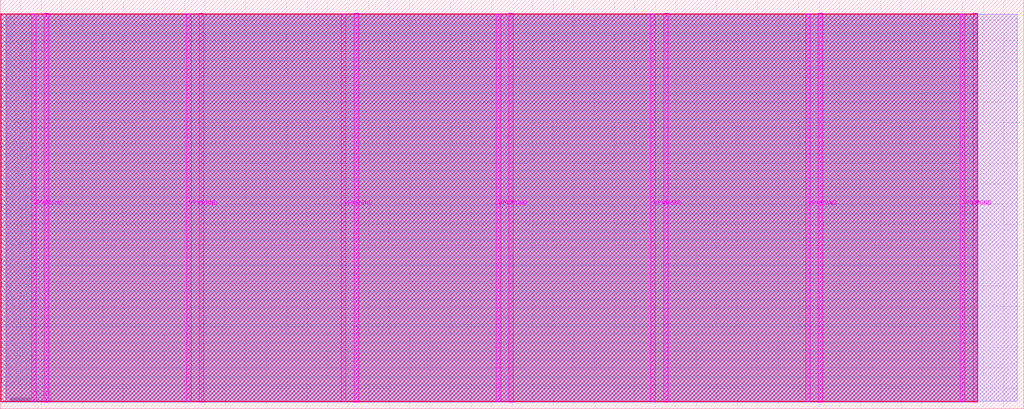
<source format=lef>
VERSION 5.7 ;
  NOWIREEXTENSIONATPIN ON ;
  DIVIDERCHAR "/" ;
  BUSBITCHARS "[]" ;
MACRO heichips25_tiny_wrapper
  CLASS BLOCK ;
  FOREIGN heichips25_tiny_wrapper ;
  ORIGIN 0.000 0.000 ;
  SIZE 500.000 BY 200.000 ;
  PIN VGND
    DIRECTION INOUT ;
    USE GROUND ;
    PORT
      LAYER TopMetal1 ;
        RECT 21.580 3.150 23.780 193.410 ;
    END
    PORT
      LAYER TopMetal1 ;
        RECT 97.180 3.150 99.380 193.410 ;
    END
    PORT
      LAYER TopMetal1 ;
        RECT 172.780 3.150 174.980 193.410 ;
    END
    PORT
      LAYER TopMetal1 ;
        RECT 248.380 3.150 250.580 193.410 ;
    END
    PORT
      LAYER TopMetal1 ;
        RECT 323.980 3.150 326.180 193.410 ;
    END
    PORT
      LAYER TopMetal1 ;
        RECT 399.580 3.150 401.780 193.410 ;
    END
    PORT
      LAYER TopMetal1 ;
        RECT 475.180 3.150 477.380 193.410 ;
    END
  END VGND
  PIN VPWR
    DIRECTION INOUT ;
    USE POWER ;
    PORT
      LAYER TopMetal1 ;
        RECT 15.380 3.560 17.580 193.000 ;
    END
    PORT
      LAYER TopMetal1 ;
        RECT 90.980 3.560 93.180 193.000 ;
    END
    PORT
      LAYER TopMetal1 ;
        RECT 166.580 3.560 168.780 193.000 ;
    END
    PORT
      LAYER TopMetal1 ;
        RECT 242.180 3.560 244.380 193.000 ;
    END
    PORT
      LAYER TopMetal1 ;
        RECT 317.780 3.560 319.980 193.000 ;
    END
    PORT
      LAYER TopMetal1 ;
        RECT 393.380 3.560 395.580 193.000 ;
    END
    PORT
      LAYER TopMetal1 ;
        RECT 468.980 3.560 471.180 193.000 ;
    END
  END VPWR
  PIN clk
    DIRECTION INPUT ;
    USE SIGNAL ;
    ANTENNAGATEAREA 0.725400 ;
    PORT
      LAYER Metal3 ;
        RECT 0.000 183.340 0.400 183.740 ;
    END
  END clk
  PIN ena
    DIRECTION INPUT ;
    USE SIGNAL ;
    PORT
      LAYER Metal3 ;
        RECT 0.000 179.140 0.400 179.540 ;
    END
  END ena
  PIN rst_n
    DIRECTION INPUT ;
    USE SIGNAL ;
    ANTENNAGATEAREA 2.176200 ;
    PORT
      LAYER Metal3 ;
        RECT 0.000 187.540 0.400 187.940 ;
    END
  END rst_n
  PIN ui_in[0]
    DIRECTION INPUT ;
    USE SIGNAL ;
    ANTENNAGATEAREA 0.180700 ;
    PORT
      LAYER Metal3 ;
        RECT 0.000 111.940 0.400 112.340 ;
    END
  END ui_in[0]
  PIN ui_in[1]
    DIRECTION INPUT ;
    USE SIGNAL ;
    ANTENNAGATEAREA 0.180700 ;
    PORT
      LAYER Metal3 ;
        RECT 0.000 116.140 0.400 116.540 ;
    END
  END ui_in[1]
  PIN ui_in[2]
    DIRECTION INPUT ;
    USE SIGNAL ;
    PORT
      LAYER Metal3 ;
        RECT 0.000 120.340 0.400 120.740 ;
    END
  END ui_in[2]
  PIN ui_in[3]
    DIRECTION INPUT ;
    USE SIGNAL ;
    ANTENNAGATEAREA 0.180700 ;
    PORT
      LAYER Metal3 ;
        RECT 0.000 124.540 0.400 124.940 ;
    END
  END ui_in[3]
  PIN ui_in[4]
    DIRECTION INPUT ;
    USE SIGNAL ;
    ANTENNAGATEAREA 0.180700 ;
    PORT
      LAYER Metal3 ;
        RECT 0.000 128.740 0.400 129.140 ;
    END
  END ui_in[4]
  PIN ui_in[5]
    DIRECTION INPUT ;
    USE SIGNAL ;
    ANTENNAGATEAREA 0.180700 ;
    PORT
      LAYER Metal3 ;
        RECT 0.000 132.940 0.400 133.340 ;
    END
  END ui_in[5]
  PIN ui_in[6]
    DIRECTION INPUT ;
    USE SIGNAL ;
    PORT
      LAYER Metal3 ;
        RECT 0.000 137.140 0.400 137.540 ;
    END
  END ui_in[6]
  PIN ui_in[7]
    DIRECTION INPUT ;
    USE SIGNAL ;
    PORT
      LAYER Metal3 ;
        RECT 0.000 141.340 0.400 141.740 ;
    END
  END ui_in[7]
  PIN uio_in[0]
    DIRECTION INPUT ;
    USE SIGNAL ;
    PORT
      LAYER Metal3 ;
        RECT 0.000 145.540 0.400 145.940 ;
    END
  END uio_in[0]
  PIN uio_in[1]
    DIRECTION INPUT ;
    USE SIGNAL ;
    PORT
      LAYER Metal3 ;
        RECT 0.000 149.740 0.400 150.140 ;
    END
  END uio_in[1]
  PIN uio_in[2]
    DIRECTION INPUT ;
    USE SIGNAL ;
    PORT
      LAYER Metal3 ;
        RECT 0.000 153.940 0.400 154.340 ;
    END
  END uio_in[2]
  PIN uio_in[3]
    DIRECTION INPUT ;
    USE SIGNAL ;
    PORT
      LAYER Metal3 ;
        RECT 0.000 158.140 0.400 158.540 ;
    END
  END uio_in[3]
  PIN uio_in[4]
    DIRECTION INPUT ;
    USE SIGNAL ;
    PORT
      LAYER Metal3 ;
        RECT 0.000 162.340 0.400 162.740 ;
    END
  END uio_in[4]
  PIN uio_in[5]
    DIRECTION INPUT ;
    USE SIGNAL ;
    PORT
      LAYER Metal3 ;
        RECT 0.000 166.540 0.400 166.940 ;
    END
  END uio_in[5]
  PIN uio_in[6]
    DIRECTION INPUT ;
    USE SIGNAL ;
    PORT
      LAYER Metal3 ;
        RECT 0.000 170.740 0.400 171.140 ;
    END
  END uio_in[6]
  PIN uio_in[7]
    DIRECTION INPUT ;
    USE SIGNAL ;
    PORT
      LAYER Metal3 ;
        RECT 0.000 174.940 0.400 175.340 ;
    END
  END uio_in[7]
  PIN uio_oe[0]
    DIRECTION OUTPUT ;
    USE SIGNAL ;
    ANTENNADIFFAREA 0.299200 ;
    PORT
      LAYER Metal3 ;
        RECT 0.000 78.340 0.400 78.740 ;
    END
  END uio_oe[0]
  PIN uio_oe[1]
    DIRECTION OUTPUT ;
    USE SIGNAL ;
    ANTENNADIFFAREA 0.299200 ;
    PORT
      LAYER Metal3 ;
        RECT 0.000 82.540 0.400 82.940 ;
    END
  END uio_oe[1]
  PIN uio_oe[2]
    DIRECTION OUTPUT ;
    USE SIGNAL ;
    ANTENNADIFFAREA 0.299200 ;
    PORT
      LAYER Metal3 ;
        RECT 0.000 86.740 0.400 87.140 ;
    END
  END uio_oe[2]
  PIN uio_oe[3]
    DIRECTION OUTPUT ;
    USE SIGNAL ;
    ANTENNADIFFAREA 0.299200 ;
    PORT
      LAYER Metal3 ;
        RECT 0.000 90.940 0.400 91.340 ;
    END
  END uio_oe[3]
  PIN uio_oe[4]
    DIRECTION OUTPUT ;
    USE SIGNAL ;
    ANTENNADIFFAREA 0.299200 ;
    PORT
      LAYER Metal3 ;
        RECT 0.000 95.140 0.400 95.540 ;
    END
  END uio_oe[4]
  PIN uio_oe[5]
    DIRECTION OUTPUT ;
    USE SIGNAL ;
    ANTENNADIFFAREA 0.299200 ;
    PORT
      LAYER Metal3 ;
        RECT 0.000 99.340 0.400 99.740 ;
    END
  END uio_oe[5]
  PIN uio_oe[6]
    DIRECTION OUTPUT ;
    USE SIGNAL ;
    ANTENNADIFFAREA 0.299200 ;
    PORT
      LAYER Metal3 ;
        RECT 0.000 103.540 0.400 103.940 ;
    END
  END uio_oe[6]
  PIN uio_oe[7]
    DIRECTION OUTPUT ;
    USE SIGNAL ;
    ANTENNADIFFAREA 0.299200 ;
    PORT
      LAYER Metal3 ;
        RECT 0.000 107.740 0.400 108.140 ;
    END
  END uio_oe[7]
  PIN uio_out[0]
    DIRECTION OUTPUT ;
    USE SIGNAL ;
    ANTENNADIFFAREA 0.299200 ;
    PORT
      LAYER Metal3 ;
        RECT 0.000 44.740 0.400 45.140 ;
    END
  END uio_out[0]
  PIN uio_out[1]
    DIRECTION OUTPUT ;
    USE SIGNAL ;
    ANTENNADIFFAREA 0.299200 ;
    PORT
      LAYER Metal3 ;
        RECT 0.000 48.940 0.400 49.340 ;
    END
  END uio_out[1]
  PIN uio_out[2]
    DIRECTION OUTPUT ;
    USE SIGNAL ;
    ANTENNADIFFAREA 0.299200 ;
    PORT
      LAYER Metal3 ;
        RECT 0.000 53.140 0.400 53.540 ;
    END
  END uio_out[2]
  PIN uio_out[3]
    DIRECTION OUTPUT ;
    USE SIGNAL ;
    ANTENNADIFFAREA 0.299200 ;
    PORT
      LAYER Metal3 ;
        RECT 0.000 57.340 0.400 57.740 ;
    END
  END uio_out[3]
  PIN uio_out[4]
    DIRECTION OUTPUT ;
    USE SIGNAL ;
    ANTENNADIFFAREA 0.299200 ;
    PORT
      LAYER Metal3 ;
        RECT 0.000 61.540 0.400 61.940 ;
    END
  END uio_out[4]
  PIN uio_out[5]
    DIRECTION OUTPUT ;
    USE SIGNAL ;
    ANTENNADIFFAREA 0.299200 ;
    PORT
      LAYER Metal3 ;
        RECT 0.000 65.740 0.400 66.140 ;
    END
  END uio_out[5]
  PIN uio_out[6]
    DIRECTION OUTPUT ;
    USE SIGNAL ;
    ANTENNADIFFAREA 0.299200 ;
    PORT
      LAYER Metal3 ;
        RECT 0.000 69.940 0.400 70.340 ;
    END
  END uio_out[6]
  PIN uio_out[7]
    DIRECTION OUTPUT ;
    USE SIGNAL ;
    ANTENNADIFFAREA 0.299200 ;
    PORT
      LAYER Metal3 ;
        RECT 0.000 74.140 0.400 74.540 ;
    END
  END uio_out[7]
  PIN uo_out[0]
    DIRECTION OUTPUT ;
    USE SIGNAL ;
    ANTENNADIFFAREA 0.708600 ;
    PORT
      LAYER Metal3 ;
        RECT 0.000 11.140 0.400 11.540 ;
    END
  END uo_out[0]
  PIN uo_out[1]
    DIRECTION OUTPUT ;
    USE SIGNAL ;
    ANTENNADIFFAREA 0.299200 ;
    PORT
      LAYER Metal3 ;
        RECT 0.000 15.340 0.400 15.740 ;
    END
  END uo_out[1]
  PIN uo_out[2]
    DIRECTION OUTPUT ;
    USE SIGNAL ;
    ANTENNADIFFAREA 0.299200 ;
    PORT
      LAYER Metal3 ;
        RECT 0.000 19.540 0.400 19.940 ;
    END
  END uo_out[2]
  PIN uo_out[3]
    DIRECTION OUTPUT ;
    USE SIGNAL ;
    ANTENNADIFFAREA 0.299200 ;
    PORT
      LAYER Metal3 ;
        RECT 0.000 23.740 0.400 24.140 ;
    END
  END uo_out[3]
  PIN uo_out[4]
    DIRECTION OUTPUT ;
    USE SIGNAL ;
    ANTENNADIFFAREA 0.708600 ;
    PORT
      LAYER Metal3 ;
        RECT 0.000 27.940 0.400 28.340 ;
    END
  END uo_out[4]
  PIN uo_out[5]
    DIRECTION OUTPUT ;
    USE SIGNAL ;
    ANTENNADIFFAREA 0.299200 ;
    PORT
      LAYER Metal3 ;
        RECT 0.000 32.140 0.400 32.540 ;
    END
  END uo_out[5]
  PIN uo_out[6]
    DIRECTION OUTPUT ;
    USE SIGNAL ;
    ANTENNADIFFAREA 0.299200 ;
    PORT
      LAYER Metal3 ;
        RECT 0.000 36.340 0.400 36.740 ;
    END
  END uo_out[6]
  PIN uo_out[7]
    DIRECTION OUTPUT ;
    USE SIGNAL ;
    ANTENNADIFFAREA 0.299200 ;
    PORT
      LAYER Metal3 ;
        RECT 0.000 40.540 0.400 40.940 ;
    END
  END uo_out[7]
  OBS
      LAYER GatPoly ;
        RECT 2.880 3.630 496.800 192.930 ;
      LAYER Metal1 ;
        RECT 2.880 3.560 496.800 193.000 ;
      LAYER Metal2 ;
        RECT 2.775 3.215 477.200 192.925 ;
      LAYER Metal3 ;
        RECT 0.400 188.150 477.245 192.880 ;
        RECT 0.610 187.330 477.245 188.150 ;
        RECT 0.400 183.950 477.245 187.330 ;
        RECT 0.610 183.130 477.245 183.950 ;
        RECT 0.400 179.750 477.245 183.130 ;
        RECT 0.610 178.930 477.245 179.750 ;
        RECT 0.400 175.550 477.245 178.930 ;
        RECT 0.610 174.730 477.245 175.550 ;
        RECT 0.400 171.350 477.245 174.730 ;
        RECT 0.610 170.530 477.245 171.350 ;
        RECT 0.400 167.150 477.245 170.530 ;
        RECT 0.610 166.330 477.245 167.150 ;
        RECT 0.400 162.950 477.245 166.330 ;
        RECT 0.610 162.130 477.245 162.950 ;
        RECT 0.400 158.750 477.245 162.130 ;
        RECT 0.610 157.930 477.245 158.750 ;
        RECT 0.400 154.550 477.245 157.930 ;
        RECT 0.610 153.730 477.245 154.550 ;
        RECT 0.400 150.350 477.245 153.730 ;
        RECT 0.610 149.530 477.245 150.350 ;
        RECT 0.400 146.150 477.245 149.530 ;
        RECT 0.610 145.330 477.245 146.150 ;
        RECT 0.400 141.950 477.245 145.330 ;
        RECT 0.610 141.130 477.245 141.950 ;
        RECT 0.400 137.750 477.245 141.130 ;
        RECT 0.610 136.930 477.245 137.750 ;
        RECT 0.400 133.550 477.245 136.930 ;
        RECT 0.610 132.730 477.245 133.550 ;
        RECT 0.400 129.350 477.245 132.730 ;
        RECT 0.610 128.530 477.245 129.350 ;
        RECT 0.400 125.150 477.245 128.530 ;
        RECT 0.610 124.330 477.245 125.150 ;
        RECT 0.400 120.950 477.245 124.330 ;
        RECT 0.610 120.130 477.245 120.950 ;
        RECT 0.400 116.750 477.245 120.130 ;
        RECT 0.610 115.930 477.245 116.750 ;
        RECT 0.400 112.550 477.245 115.930 ;
        RECT 0.610 111.730 477.245 112.550 ;
        RECT 0.400 108.350 477.245 111.730 ;
        RECT 0.610 107.530 477.245 108.350 ;
        RECT 0.400 104.150 477.245 107.530 ;
        RECT 0.610 103.330 477.245 104.150 ;
        RECT 0.400 99.950 477.245 103.330 ;
        RECT 0.610 99.130 477.245 99.950 ;
        RECT 0.400 95.750 477.245 99.130 ;
        RECT 0.610 94.930 477.245 95.750 ;
        RECT 0.400 91.550 477.245 94.930 ;
        RECT 0.610 90.730 477.245 91.550 ;
        RECT 0.400 87.350 477.245 90.730 ;
        RECT 0.610 86.530 477.245 87.350 ;
        RECT 0.400 83.150 477.245 86.530 ;
        RECT 0.610 82.330 477.245 83.150 ;
        RECT 0.400 78.950 477.245 82.330 ;
        RECT 0.610 78.130 477.245 78.950 ;
        RECT 0.400 74.750 477.245 78.130 ;
        RECT 0.610 73.930 477.245 74.750 ;
        RECT 0.400 70.550 477.245 73.930 ;
        RECT 0.610 69.730 477.245 70.550 ;
        RECT 0.400 66.350 477.245 69.730 ;
        RECT 0.610 65.530 477.245 66.350 ;
        RECT 0.400 62.150 477.245 65.530 ;
        RECT 0.610 61.330 477.245 62.150 ;
        RECT 0.400 57.950 477.245 61.330 ;
        RECT 0.610 57.130 477.245 57.950 ;
        RECT 0.400 53.750 477.245 57.130 ;
        RECT 0.610 52.930 477.245 53.750 ;
        RECT 0.400 49.550 477.245 52.930 ;
        RECT 0.610 48.730 477.245 49.550 ;
        RECT 0.400 45.350 477.245 48.730 ;
        RECT 0.610 44.530 477.245 45.350 ;
        RECT 0.400 41.150 477.245 44.530 ;
        RECT 0.610 40.330 477.245 41.150 ;
        RECT 0.400 36.950 477.245 40.330 ;
        RECT 0.610 36.130 477.245 36.950 ;
        RECT 0.400 32.750 477.245 36.130 ;
        RECT 0.610 31.930 477.245 32.750 ;
        RECT 0.400 28.550 477.245 31.930 ;
        RECT 0.610 27.730 477.245 28.550 ;
        RECT 0.400 24.350 477.245 27.730 ;
        RECT 0.610 23.530 477.245 24.350 ;
        RECT 0.400 20.150 477.245 23.530 ;
        RECT 0.610 19.330 477.245 20.150 ;
        RECT 0.400 15.950 477.245 19.330 ;
        RECT 0.610 15.130 477.245 15.950 ;
        RECT 0.400 11.750 477.245 15.130 ;
        RECT 0.610 10.930 477.245 11.750 ;
        RECT 0.400 3.260 477.245 10.930 ;
      LAYER Metal4 ;
        RECT 0.375 3.635 477.200 192.925 ;
      LAYER Metal5 ;
        RECT 0.335 3.470 477.245 193.090 ;
  END
END heichips25_tiny_wrapper
END LIBRARY


</source>
